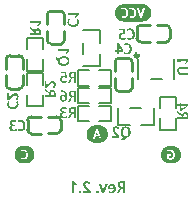
<source format=gbo>
G04 Layer: BottomSilkscreenLayer*
G04 EasyEDA v6.5.40, 2024-02-16 18:47:26*
G04 593259abcd0644159ebfd512fecfa5a2,9a5be75d700b4a6385dc1106f27949ae,10*
G04 Gerber Generator version 0.2*
G04 Scale: 100 percent, Rotated: No, Reflected: No *
G04 Dimensions in millimeters *
G04 leading zeros omitted , absolute positions ,4 integer and 5 decimal *
%FSLAX45Y45*%
%MOMM*%

%ADD10C,0.1524*%
%ADD11C,0.2540*%
%ADD12C,0.3000*%

%LPD*%
G36*
X2274976Y824992D02*
G01*
X2268931Y824737D01*
X2263038Y824026D01*
X2257247Y822858D01*
X2251659Y821232D01*
X2246274Y819200D01*
X2241092Y816762D01*
X2236114Y813917D01*
X2231390Y810768D01*
X2226970Y807212D01*
X2222804Y803351D01*
X2218944Y799236D01*
X2215438Y794766D01*
X2210977Y787857D01*
X2254554Y787857D01*
X2259482Y790041D01*
X2265222Y791667D01*
X2271268Y792784D01*
X2277160Y793191D01*
X2281377Y792988D01*
X2285339Y792429D01*
X2289098Y791464D01*
X2292654Y790143D01*
X2296795Y787857D01*
X2321102Y787857D01*
X2326030Y790041D01*
X2331770Y791667D01*
X2337714Y792784D01*
X2343454Y793191D01*
X2347772Y792988D01*
X2351836Y792429D01*
X2353842Y791921D01*
X2401620Y791921D01*
X2416962Y738378D01*
X2419908Y724103D01*
X2420924Y730199D01*
X2423972Y742137D01*
X2438450Y791921D01*
X2454706Y791921D01*
X2428544Y710387D01*
X2411526Y710387D01*
X2385110Y791921D01*
X2353842Y791921D01*
X2355646Y791464D01*
X2359202Y790143D01*
X2362504Y788416D01*
X2365502Y786384D01*
X2368194Y783996D01*
X2370632Y781253D01*
X2372868Y778306D01*
X2374798Y775157D01*
X2376424Y771702D01*
X2377744Y768045D01*
X2378862Y764133D01*
X2379624Y760018D01*
X2380132Y755751D01*
X2380284Y751281D01*
X2380030Y745134D01*
X2379319Y739394D01*
X2378151Y734060D01*
X2376474Y729183D01*
X2374290Y724611D01*
X2371648Y720648D01*
X2368448Y717245D01*
X2364790Y714451D01*
X2360574Y712114D01*
X2355900Y710438D01*
X2350668Y709422D01*
X2344978Y709117D01*
X2339136Y709371D01*
X2333802Y710133D01*
X2328976Y711403D01*
X2324150Y713181D01*
X2324150Y725627D01*
X2333548Y722579D01*
X2338374Y721817D01*
X2343200Y721563D01*
X2346604Y721766D01*
X2349754Y722426D01*
X2352598Y723544D01*
X2355138Y725119D01*
X2357272Y727049D01*
X2359152Y729437D01*
X2360726Y732129D01*
X2361996Y735279D01*
X2363012Y738733D01*
X2363724Y742492D01*
X2364130Y746607D01*
X2364181Y754380D01*
X2363571Y760577D01*
X2363012Y763473D01*
X2361234Y768451D01*
X2358948Y772871D01*
X2355900Y776224D01*
X2352344Y778713D01*
X2348128Y780237D01*
X2343708Y780745D01*
X2338984Y780338D01*
X2334564Y779221D01*
X2326182Y775665D01*
X2321102Y787857D01*
X2296795Y787857D01*
X2299004Y786384D01*
X2301798Y783996D01*
X2304338Y781253D01*
X2306472Y778306D01*
X2308402Y775157D01*
X2310028Y771702D01*
X2311450Y768045D01*
X2312466Y764133D01*
X2313178Y760018D01*
X2313584Y755751D01*
X2313736Y751281D01*
X2313482Y745134D01*
X2312771Y739394D01*
X2311603Y734060D01*
X2309926Y729183D01*
X2307793Y724611D01*
X2305151Y720648D01*
X2302052Y717245D01*
X2298496Y714451D01*
X2294280Y712114D01*
X2289606Y710438D01*
X2284374Y709422D01*
X2278684Y709117D01*
X2272690Y709371D01*
X2267508Y710133D01*
X2262530Y711403D01*
X2257856Y713181D01*
X2257856Y725627D01*
X2267254Y722579D01*
X2271928Y721817D01*
X2276906Y721563D01*
X2280310Y721766D01*
X2283358Y722426D01*
X2286152Y723544D01*
X2288590Y725119D01*
X2290826Y727049D01*
X2292756Y729437D01*
X2294382Y732129D01*
X2295702Y735279D01*
X2296718Y738733D01*
X2297430Y742492D01*
X2297836Y746607D01*
X2297887Y754380D01*
X2297125Y760577D01*
X2295753Y766064D01*
X2293721Y770737D01*
X2291029Y774649D01*
X2289454Y776224D01*
X2285796Y778713D01*
X2281732Y780237D01*
X2277160Y780745D01*
X2272436Y780338D01*
X2268016Y779221D01*
X2263800Y777544D01*
X2259888Y775665D01*
X2254554Y787857D01*
X2210977Y787857D01*
X2209393Y785114D01*
X2206955Y779932D01*
X2204923Y774496D01*
X2203297Y768908D01*
X2202129Y763168D01*
X2201418Y757224D01*
X2201164Y751179D01*
X2201418Y745134D01*
X2202129Y739190D01*
X2203297Y733450D01*
X2204923Y727862D01*
X2206955Y722426D01*
X2209393Y717245D01*
X2212238Y712266D01*
X2215438Y707593D01*
X2218944Y703122D01*
X2222804Y698957D01*
X2226970Y695096D01*
X2231390Y691591D01*
X2236114Y688390D01*
X2241092Y685596D01*
X2246274Y683158D01*
X2251659Y681126D01*
X2257247Y679500D01*
X2263038Y678332D01*
X2268931Y677570D01*
X2274976Y677367D01*
X2434386Y677367D01*
X2440432Y677570D01*
X2446375Y678332D01*
X2452116Y679500D01*
X2457704Y681126D01*
X2463139Y683158D01*
X2468321Y685596D01*
X2473248Y688390D01*
X2477973Y691591D01*
X2482443Y695096D01*
X2486609Y698957D01*
X2490419Y703122D01*
X2493975Y707593D01*
X2497124Y712266D01*
X2499969Y717245D01*
X2502408Y722426D01*
X2504440Y727862D01*
X2506065Y733450D01*
X2507234Y739190D01*
X2507945Y745134D01*
X2508199Y751179D01*
X2507945Y757224D01*
X2507234Y763168D01*
X2506065Y768908D01*
X2504440Y774496D01*
X2502408Y779932D01*
X2499969Y785114D01*
X2497124Y790041D01*
X2493975Y794766D01*
X2490419Y799236D01*
X2486558Y803351D01*
X2482443Y807212D01*
X2477973Y810768D01*
X2473248Y813917D01*
X2468321Y816762D01*
X2463139Y819200D01*
X2457704Y821232D01*
X2452116Y822858D01*
X2446375Y824026D01*
X2440432Y824737D01*
X2434386Y824992D01*
G37*
G36*
X2663139Y-376174D02*
G01*
X2657094Y-376428D01*
X2651150Y-377139D01*
X2645410Y-378307D01*
X2639822Y-379933D01*
X2634386Y-381965D01*
X2629204Y-384403D01*
X2624277Y-387248D01*
X2619552Y-390398D01*
X2615082Y-393954D01*
X2610916Y-397814D01*
X2607106Y-401929D01*
X2603550Y-406400D01*
X2600401Y-411124D01*
X2597556Y-416051D01*
X2595118Y-421284D01*
X2593086Y-426669D01*
X2591460Y-432257D01*
X2590292Y-437997D01*
X2589580Y-443941D01*
X2589326Y-449986D01*
X2589580Y-456031D01*
X2590292Y-461975D01*
X2591460Y-467715D01*
X2593086Y-473354D01*
X2595118Y-478739D01*
X2597556Y-483920D01*
X2599588Y-487476D01*
X2642870Y-487476D01*
X2642870Y-446074D01*
X2672588Y-446074D01*
X2672588Y-458520D01*
X2657602Y-458520D01*
X2657602Y-478078D01*
X2661564Y-478993D01*
X2667812Y-479602D01*
X2672689Y-479399D01*
X2676042Y-478688D01*
X2679039Y-477469D01*
X2681732Y-475792D01*
X2683967Y-473811D01*
X2685948Y-471424D01*
X2687523Y-468630D01*
X2689961Y-461975D01*
X2690774Y-458266D01*
X2691231Y-454355D01*
X2691384Y-450138D01*
X2691231Y-445770D01*
X2690672Y-441655D01*
X2689809Y-437896D01*
X2688590Y-434390D01*
X2687015Y-431292D01*
X2685186Y-428498D01*
X2682951Y-426059D01*
X2680462Y-423976D01*
X2677617Y-422452D01*
X2674518Y-421335D01*
X2671013Y-420674D01*
X2667254Y-420420D01*
X2662224Y-420776D01*
X2657348Y-421690D01*
X2652776Y-423164D01*
X2648712Y-424992D01*
X2643632Y-413054D01*
X2648762Y-410972D01*
X2654554Y-409244D01*
X2660700Y-408330D01*
X2667000Y-407974D01*
X2673248Y-408330D01*
X2678938Y-409244D01*
X2684170Y-410870D01*
X2688844Y-413054D01*
X2693060Y-416001D01*
X2696718Y-419404D01*
X2699918Y-423367D01*
X2702560Y-427786D01*
X2704541Y-432612D01*
X2706014Y-437896D01*
X2706827Y-443687D01*
X2707132Y-449884D01*
X2706878Y-456387D01*
X2706065Y-462330D01*
X2704693Y-467817D01*
X2702814Y-472744D01*
X2700426Y-477164D01*
X2697530Y-481025D01*
X2694178Y-484276D01*
X2690368Y-486968D01*
X2686100Y-489204D01*
X2681427Y-490778D01*
X2676296Y-491743D01*
X2670810Y-492048D01*
X2662834Y-491743D01*
X2655570Y-490778D01*
X2648966Y-489356D01*
X2642870Y-487476D01*
X2599588Y-487476D01*
X2603550Y-493572D01*
X2607106Y-498043D01*
X2610916Y-502208D01*
X2615082Y-506069D01*
X2619552Y-509574D01*
X2624277Y-512775D01*
X2629204Y-515569D01*
X2634386Y-518007D01*
X2639822Y-520039D01*
X2645410Y-521665D01*
X2651150Y-522833D01*
X2657094Y-523595D01*
X2663139Y-523798D01*
X2686862Y-523798D01*
X2692908Y-523595D01*
X2698851Y-522833D01*
X2704592Y-521665D01*
X2710180Y-520039D01*
X2715564Y-518007D01*
X2720797Y-515569D01*
X2725724Y-512775D01*
X2730449Y-509574D01*
X2734919Y-506069D01*
X2739034Y-502208D01*
X2742895Y-498043D01*
X2746451Y-493572D01*
X2749600Y-488899D01*
X2752445Y-483920D01*
X2754884Y-478739D01*
X2756916Y-473354D01*
X2758541Y-467715D01*
X2759710Y-461975D01*
X2760421Y-456031D01*
X2760675Y-449986D01*
X2760421Y-443941D01*
X2759710Y-437997D01*
X2758541Y-432257D01*
X2756916Y-426669D01*
X2754884Y-421284D01*
X2752445Y-416051D01*
X2749600Y-411124D01*
X2746451Y-406400D01*
X2742895Y-401929D01*
X2739034Y-397814D01*
X2734919Y-393954D01*
X2730449Y-390398D01*
X2725724Y-387248D01*
X2720797Y-384403D01*
X2715564Y-381965D01*
X2710180Y-379933D01*
X2704592Y-378307D01*
X2698851Y-377139D01*
X2692908Y-376428D01*
X2686862Y-376174D01*
G37*
G36*
X1424990Y-375005D02*
G01*
X1418945Y-375259D01*
X1413002Y-375970D01*
X1407261Y-377139D01*
X1401673Y-378764D01*
X1396238Y-380796D01*
X1391056Y-383235D01*
X1386128Y-386080D01*
X1381404Y-389229D01*
X1376934Y-392785D01*
X1372819Y-396646D01*
X1368958Y-400761D01*
X1365402Y-405231D01*
X1360991Y-412140D01*
X1404569Y-412140D01*
X1409496Y-409956D01*
X1415237Y-408330D01*
X1421231Y-407212D01*
X1427175Y-406806D01*
X1431340Y-407009D01*
X1435354Y-407568D01*
X1439113Y-408533D01*
X1442669Y-409854D01*
X1445971Y-411581D01*
X1449019Y-413613D01*
X1451813Y-416001D01*
X1454353Y-418744D01*
X1456486Y-421690D01*
X1458417Y-424840D01*
X1460042Y-428294D01*
X1461465Y-431952D01*
X1462430Y-435864D01*
X1463141Y-439978D01*
X1463598Y-444246D01*
X1463751Y-448716D01*
X1463497Y-454863D01*
X1462786Y-460603D01*
X1461566Y-465937D01*
X1459941Y-470814D01*
X1457756Y-475386D01*
X1455166Y-479348D01*
X1452067Y-482752D01*
X1448511Y-485546D01*
X1444294Y-487883D01*
X1439621Y-489559D01*
X1434388Y-490575D01*
X1428699Y-490880D01*
X1422704Y-490626D01*
X1417523Y-489864D01*
X1412544Y-488594D01*
X1407871Y-486816D01*
X1407871Y-474370D01*
X1412595Y-476046D01*
X1417269Y-477418D01*
X1421942Y-478180D01*
X1426921Y-478434D01*
X1430324Y-478231D01*
X1433372Y-477570D01*
X1436166Y-476453D01*
X1438605Y-474878D01*
X1440840Y-472948D01*
X1442770Y-470560D01*
X1444396Y-467868D01*
X1445717Y-464718D01*
X1446682Y-461264D01*
X1447393Y-457504D01*
X1447850Y-453390D01*
X1447901Y-445617D01*
X1447139Y-439420D01*
X1445717Y-433933D01*
X1443685Y-429259D01*
X1442415Y-427126D01*
X1441043Y-425348D01*
X1439468Y-423773D01*
X1435811Y-421284D01*
X1431747Y-419760D01*
X1427175Y-419252D01*
X1422450Y-419658D01*
X1418031Y-420776D01*
X1413814Y-422452D01*
X1409903Y-424332D01*
X1404569Y-412140D01*
X1360991Y-412140D01*
X1359408Y-414883D01*
X1356969Y-420065D01*
X1354937Y-425500D01*
X1353312Y-431088D01*
X1352143Y-436829D01*
X1351432Y-442772D01*
X1351178Y-448818D01*
X1351432Y-454863D01*
X1352143Y-460806D01*
X1353312Y-466547D01*
X1354937Y-472135D01*
X1356969Y-477570D01*
X1359408Y-482752D01*
X1362252Y-487730D01*
X1365402Y-492404D01*
X1368958Y-496874D01*
X1372819Y-501040D01*
X1376934Y-504901D01*
X1381404Y-508406D01*
X1386128Y-511606D01*
X1391056Y-514400D01*
X1396238Y-516839D01*
X1401673Y-518871D01*
X1407261Y-520496D01*
X1413002Y-521665D01*
X1418945Y-522427D01*
X1424990Y-522630D01*
X1443431Y-522630D01*
X1449527Y-522427D01*
X1455420Y-521665D01*
X1461211Y-520496D01*
X1466799Y-518871D01*
X1472184Y-516839D01*
X1477365Y-514400D01*
X1482344Y-511606D01*
X1487068Y-508406D01*
X1491488Y-504901D01*
X1495653Y-501040D01*
X1499514Y-496874D01*
X1503019Y-492404D01*
X1506220Y-487730D01*
X1509014Y-482752D01*
X1511452Y-477570D01*
X1513535Y-472135D01*
X1515110Y-466547D01*
X1516329Y-460806D01*
X1517040Y-454863D01*
X1517294Y-448818D01*
X1517040Y-442772D01*
X1516329Y-436829D01*
X1515110Y-431088D01*
X1513535Y-425500D01*
X1511452Y-420065D01*
X1509014Y-414883D01*
X1506220Y-409956D01*
X1503019Y-405231D01*
X1499514Y-400761D01*
X1495653Y-396646D01*
X1491488Y-392785D01*
X1487068Y-389229D01*
X1482344Y-386080D01*
X1477365Y-383235D01*
X1472184Y-380796D01*
X1466799Y-378764D01*
X1461211Y-377139D01*
X1455420Y-375970D01*
X1449527Y-375259D01*
X1443431Y-375005D01*
G37*
G36*
X2033625Y-201168D02*
G01*
X2027580Y-201422D01*
X2021636Y-202133D01*
X2015896Y-203301D01*
X2010308Y-204927D01*
X2004872Y-206959D01*
X1999691Y-209397D01*
X1994712Y-212242D01*
X1990039Y-215442D01*
X1985568Y-218948D01*
X1981403Y-222808D01*
X1977593Y-226974D01*
X1974037Y-231394D01*
X1970836Y-236118D01*
X1968042Y-241096D01*
X1965604Y-246278D01*
X1963572Y-251663D01*
X1961946Y-257251D01*
X1960778Y-263042D01*
X1960067Y-268935D01*
X1959813Y-274980D01*
X1960067Y-281076D01*
X1960778Y-286969D01*
X1961946Y-292760D01*
X1963572Y-298348D01*
X1965604Y-303733D01*
X1968042Y-308914D01*
X1970836Y-313893D01*
X1972144Y-315823D01*
X2013254Y-315823D01*
X2040940Y-233781D01*
X2059228Y-233781D01*
X2086660Y-315823D01*
X2070150Y-315823D01*
X2063800Y-294233D01*
X2036114Y-294233D01*
X2029764Y-315823D01*
X1972144Y-315823D01*
X1974037Y-318617D01*
X1977593Y-323037D01*
X1981403Y-327202D01*
X1985568Y-331063D01*
X1990039Y-334568D01*
X1994712Y-337769D01*
X1999691Y-340563D01*
X2004872Y-343001D01*
X2010308Y-345084D01*
X2015896Y-346659D01*
X2021636Y-347878D01*
X2027580Y-348589D01*
X2033625Y-348843D01*
X2066340Y-348843D01*
X2072436Y-348589D01*
X2078329Y-347878D01*
X2084120Y-346659D01*
X2089708Y-345084D01*
X2095093Y-343001D01*
X2100275Y-340563D01*
X2105253Y-337769D01*
X2109978Y-334568D01*
X2114397Y-331063D01*
X2118563Y-327202D01*
X2122424Y-323037D01*
X2125929Y-318617D01*
X2129129Y-313893D01*
X2131923Y-308914D01*
X2134362Y-303733D01*
X2136444Y-298348D01*
X2138019Y-292760D01*
X2139238Y-286969D01*
X2139950Y-281076D01*
X2140204Y-274980D01*
X2139950Y-268935D01*
X2139238Y-263042D01*
X2138019Y-257251D01*
X2136444Y-251663D01*
X2134362Y-246278D01*
X2131923Y-241096D01*
X2129129Y-236118D01*
X2125929Y-231394D01*
X2122424Y-226974D01*
X2118563Y-222808D01*
X2114397Y-218948D01*
X2109978Y-215442D01*
X2105253Y-212242D01*
X2100275Y-209397D01*
X2095093Y-206959D01*
X2089708Y-204927D01*
X2084120Y-203301D01*
X2078329Y-202133D01*
X2072436Y-201422D01*
X2066340Y-201168D01*
G37*
G36*
X2050084Y-245719D02*
G01*
X2046681Y-258521D01*
X2046274Y-260705D01*
X2039670Y-281533D01*
X2059990Y-281533D01*
X2052370Y-255676D01*
G37*
G36*
X1961642Y-673760D02*
G01*
X1957324Y-673963D01*
X1953260Y-674573D01*
X1949450Y-675589D01*
X1945893Y-677062D01*
X1942795Y-678992D01*
X1940052Y-681177D01*
X1937715Y-683666D01*
X1935734Y-686460D01*
X1934159Y-689610D01*
X1933041Y-693013D01*
X1932381Y-696620D01*
X1932178Y-700430D01*
X1932279Y-703529D01*
X1933193Y-709218D01*
X1934819Y-714400D01*
X1937359Y-719480D01*
X1940763Y-724560D01*
X1944674Y-729792D01*
X1954479Y-741019D01*
X1970786Y-758850D01*
X1970786Y-759866D01*
X1929384Y-759866D01*
X1929384Y-775106D01*
X1994407Y-775106D01*
X1994407Y-761898D01*
X1967382Y-732536D01*
X1961692Y-725932D01*
X1957222Y-720293D01*
X1955393Y-717651D01*
X1952752Y-712622D01*
X1951837Y-710285D01*
X1950821Y-705205D01*
X1950720Y-702462D01*
X1950923Y-699211D01*
X1951583Y-696417D01*
X1952701Y-694029D01*
X1954275Y-692048D01*
X1956104Y-690575D01*
X1958187Y-689559D01*
X1960676Y-688949D01*
X1963420Y-688746D01*
X1966163Y-688898D01*
X1968804Y-689356D01*
X1971344Y-690168D01*
X1976374Y-692708D01*
X1981606Y-696366D01*
X1984248Y-698652D01*
X1994407Y-686968D01*
X1990293Y-683514D01*
X1986025Y-680364D01*
X1981149Y-677621D01*
X1975612Y-675538D01*
X1969058Y-674217D01*
X1965452Y-673862D01*
G37*
G36*
X2260346Y-675030D02*
G01*
X2254402Y-675233D01*
X2248966Y-675843D01*
X2244090Y-676859D01*
X2239772Y-678332D01*
X2236063Y-680059D01*
X2232863Y-682244D01*
X2230120Y-684885D01*
X2227834Y-687984D01*
X2226056Y-691489D01*
X2224786Y-695401D01*
X2224024Y-699719D01*
X2223792Y-705002D01*
X2242820Y-705002D01*
X2242921Y-702462D01*
X2243328Y-700176D01*
X2243937Y-698144D01*
X2244852Y-696366D01*
X2245969Y-694842D01*
X2247392Y-693521D01*
X2249017Y-692404D01*
X2250948Y-691540D01*
X2255520Y-690372D01*
X2261108Y-690016D01*
X2269490Y-690016D01*
X2269490Y-720750D01*
X2257907Y-720648D01*
X2252827Y-719734D01*
X2250694Y-718972D01*
X2248916Y-717956D01*
X2247341Y-716737D01*
X2245969Y-715314D01*
X2244852Y-713638D01*
X2243937Y-711758D01*
X2242921Y-707440D01*
X2242820Y-705002D01*
X2223792Y-705002D01*
X2223922Y-707948D01*
X2224379Y-711149D01*
X2225192Y-714146D01*
X2227529Y-719378D01*
X2230577Y-723696D01*
X2232406Y-725576D01*
X2236673Y-728624D01*
X2241296Y-731164D01*
X2214372Y-775106D01*
X2235708Y-775106D01*
X2257298Y-735482D01*
X2269490Y-735482D01*
X2269490Y-775106D01*
X2288286Y-775106D01*
X2288286Y-675030D01*
G37*
G36*
X1833625Y-675030D02*
G01*
X1833625Y-775106D01*
X1852168Y-775106D01*
X1852066Y-704850D01*
X1851660Y-693826D01*
X1857756Y-700024D01*
X1869186Y-709828D01*
X1878584Y-698906D01*
X1849374Y-675030D01*
G37*
G36*
X2174240Y-697636D02*
G01*
X2169566Y-697890D01*
X2165197Y-698703D01*
X2161184Y-700074D01*
X2157476Y-701954D01*
X2154123Y-704189D01*
X2151126Y-706882D01*
X2148535Y-710031D01*
X2146300Y-713638D01*
X2144623Y-717651D01*
X2143455Y-722071D01*
X2142744Y-726897D01*
X2142648Y-728878D01*
X2160016Y-728878D01*
X2160117Y-726287D01*
X2161032Y-721563D01*
X2162657Y-717550D01*
X2163673Y-715873D01*
X2166366Y-713130D01*
X2167991Y-712114D01*
X2169769Y-711403D01*
X2171801Y-710996D01*
X2173986Y-710844D01*
X2176881Y-711098D01*
X2179574Y-711962D01*
X2181961Y-713384D01*
X2184146Y-715416D01*
X2185873Y-717854D01*
X2187194Y-720953D01*
X2188159Y-724611D01*
X2188718Y-728878D01*
X2142648Y-728878D01*
X2142490Y-741070D01*
X2188972Y-741070D01*
X2188565Y-745947D01*
X2187549Y-750265D01*
X2186025Y-753973D01*
X2183892Y-757072D01*
X2181199Y-759612D01*
X2178050Y-761441D01*
X2174341Y-762558D01*
X2170176Y-762914D01*
X2163622Y-762508D01*
X2157730Y-761390D01*
X2152192Y-759561D01*
X2146300Y-757072D01*
X2146300Y-771296D01*
X2151735Y-773531D01*
X2157476Y-775106D01*
X2163927Y-776071D01*
X2171700Y-776376D01*
X2176881Y-776122D01*
X2181707Y-775309D01*
X2186279Y-773938D01*
X2190496Y-772058D01*
X2194356Y-769620D01*
X2197709Y-766673D01*
X2200706Y-763168D01*
X2203196Y-759104D01*
X2205177Y-754532D01*
X2206599Y-749401D01*
X2207463Y-743712D01*
X2207768Y-737514D01*
X2207514Y-731266D01*
X2206752Y-725576D01*
X2205482Y-720344D01*
X2203704Y-715670D01*
X2201316Y-711504D01*
X2198573Y-707847D01*
X2195372Y-704748D01*
X2191766Y-702208D01*
X2187803Y-700176D01*
X2183587Y-698754D01*
X2179066Y-697890D01*
G37*
G36*
X2065528Y-699160D02*
G01*
X2092706Y-775106D01*
X2112010Y-775106D01*
X2139188Y-699160D01*
X2119884Y-699160D01*
X2105253Y-745693D01*
X2103628Y-753516D01*
X2102866Y-760120D01*
X2102358Y-760120D01*
X2101037Y-751738D01*
X2098802Y-742848D01*
X2085086Y-699160D01*
G37*
G36*
X2052320Y-755294D02*
G01*
X2050237Y-755446D01*
X2048256Y-755853D01*
X2046427Y-756564D01*
X2044700Y-757580D01*
X2043379Y-759053D01*
X2042414Y-760933D01*
X2041855Y-763219D01*
X2041652Y-765962D01*
X2041855Y-768654D01*
X2042414Y-770991D01*
X2043379Y-772871D01*
X2044700Y-774344D01*
X2046427Y-775462D01*
X2048256Y-776224D01*
X2050237Y-776732D01*
X2052320Y-776884D01*
X2054504Y-776732D01*
X2056485Y-776224D01*
X2058314Y-775462D01*
X2059939Y-774344D01*
X2061362Y-772871D01*
X2062429Y-770991D01*
X2063038Y-768654D01*
X2063242Y-765962D01*
X2063038Y-763219D01*
X2062429Y-760933D01*
X2061362Y-759053D01*
X2059939Y-757580D01*
X2058314Y-756564D01*
X2056485Y-755853D01*
X2054504Y-755446D01*
G37*
G36*
X1905507Y-755294D02*
G01*
X1903425Y-755446D01*
X1901443Y-755853D01*
X1899615Y-756564D01*
X1897888Y-757580D01*
X1896414Y-759053D01*
X1895398Y-760933D01*
X1894789Y-763219D01*
X1894586Y-765962D01*
X1894789Y-768654D01*
X1895398Y-770991D01*
X1896414Y-772871D01*
X1897888Y-774344D01*
X1899615Y-775462D01*
X1901443Y-776224D01*
X1903425Y-776732D01*
X1905507Y-776884D01*
X1907692Y-776732D01*
X1909673Y-776224D01*
X1911502Y-775462D01*
X1913128Y-774344D01*
X1914448Y-772871D01*
X1915414Y-770991D01*
X1915972Y-768654D01*
X1916175Y-765962D01*
X1915972Y-763219D01*
X1915414Y-760933D01*
X1914448Y-759053D01*
X1913128Y-757580D01*
X1911502Y-756564D01*
X1909673Y-755853D01*
X1907692Y-755446D01*
G37*
G36*
X1479753Y679450D02*
G01*
X1479753Y662178D01*
X1545031Y662228D01*
X1555191Y662432D01*
X1548587Y656082D01*
X1540205Y646430D01*
X1550365Y637540D01*
X1572717Y664718D01*
X1572717Y679450D01*
G37*
G36*
X1479753Y629666D02*
G01*
X1479753Y609854D01*
X1516583Y589788D01*
X1516583Y578358D01*
X1530299Y578358D01*
X1530400Y589026D01*
X1530654Y591566D01*
X1531823Y595884D01*
X1532788Y597560D01*
X1533956Y599033D01*
X1535328Y600252D01*
X1538528Y602030D01*
X1542491Y602894D01*
X1547164Y602894D01*
X1551228Y602030D01*
X1552905Y601218D01*
X1554327Y600202D01*
X1555546Y598932D01*
X1556613Y597408D01*
X1557477Y595630D01*
X1558442Y591312D01*
X1558747Y585978D01*
X1558747Y578358D01*
X1479753Y578358D01*
X1479753Y561086D01*
X1572717Y561086D01*
X1572717Y586740D01*
X1572514Y592328D01*
X1571955Y597357D01*
X1570990Y601827D01*
X1569669Y605790D01*
X1567992Y609346D01*
X1565910Y612394D01*
X1563522Y614934D01*
X1560779Y616966D01*
X1557528Y618642D01*
X1553870Y619861D01*
X1549755Y620572D01*
X1545285Y620776D01*
X1542084Y620623D01*
X1539138Y620217D01*
X1536395Y619506D01*
X1531518Y617372D01*
X1527454Y614476D01*
X1524254Y610819D01*
X1521714Y606907D01*
X1520647Y604774D01*
G37*
G36*
X1604772Y174955D02*
G01*
X1604772Y114503D01*
X1616964Y114503D01*
X1644243Y139700D01*
X1650492Y145034D01*
X1655775Y149148D01*
X1660448Y152044D01*
X1662684Y153111D01*
X1667357Y154432D01*
X1672336Y154889D01*
X1675282Y154686D01*
X1677924Y154127D01*
X1680108Y153162D01*
X1681988Y151790D01*
X1683308Y150063D01*
X1684274Y148082D01*
X1684832Y145846D01*
X1685036Y143408D01*
X1684883Y140817D01*
X1684426Y138277D01*
X1683715Y135839D01*
X1682750Y133553D01*
X1679752Y128828D01*
X1675892Y123850D01*
X1686560Y114503D01*
X1689912Y118364D01*
X1694230Y124460D01*
X1696364Y129285D01*
X1697989Y134874D01*
X1698548Y137972D01*
X1699006Y144729D01*
X1698802Y148844D01*
X1698243Y152704D01*
X1697278Y156210D01*
X1695957Y159461D01*
X1694129Y162306D01*
X1692046Y164896D01*
X1689709Y167132D01*
X1687068Y169113D01*
X1684121Y170535D01*
X1681022Y171551D01*
X1677670Y172161D01*
X1671218Y172313D01*
X1665884Y171551D01*
X1661007Y169875D01*
X1656334Y167487D01*
X1651711Y164439D01*
X1646885Y160731D01*
X1636572Y151638D01*
X1619758Y136347D01*
X1618996Y136347D01*
X1618996Y174955D01*
G37*
G36*
X1604772Y109372D02*
G01*
X1604772Y89611D01*
X1641602Y69545D01*
X1641602Y58369D01*
X1655318Y58369D01*
X1655419Y68884D01*
X1655673Y71374D01*
X1656842Y75590D01*
X1657807Y77317D01*
X1660347Y80111D01*
X1661922Y81229D01*
X1663547Y81991D01*
X1665376Y82550D01*
X1669796Y82956D01*
X1674368Y82550D01*
X1676247Y81991D01*
X1677924Y81229D01*
X1679346Y80111D01*
X1681632Y77317D01*
X1682496Y75590D01*
X1683410Y71323D01*
X1683766Y65989D01*
X1683766Y58369D01*
X1604772Y58369D01*
X1604772Y40792D01*
X1697736Y40792D01*
X1697736Y66700D01*
X1697532Y72186D01*
X1696974Y77216D01*
X1696008Y81737D01*
X1694688Y85750D01*
X1692960Y89255D01*
X1690928Y92252D01*
X1688541Y94843D01*
X1685798Y96977D01*
X1682546Y98501D01*
X1678838Y99618D01*
X1674774Y100279D01*
X1670304Y100482D01*
X1667103Y100380D01*
X1661363Y99364D01*
X1658874Y98450D01*
X1654403Y95859D01*
X1652473Y94335D01*
X1650746Y92608D01*
X1647952Y88696D01*
X1645666Y84531D01*
G37*
G36*
X1750771Y93980D02*
G01*
X1744675Y93573D01*
X1740662Y92964D01*
X1740662Y79502D01*
X1743049Y80162D01*
X1745742Y80518D01*
X1750314Y80772D01*
X1755597Y80619D01*
X1759000Y80213D01*
X1762048Y79502D01*
X1764792Y78486D01*
X1767179Y77114D01*
X1769364Y75488D01*
X1771243Y73660D01*
X1772920Y71628D01*
X1774342Y69392D01*
X1776628Y64312D01*
X1777492Y61467D01*
X1778507Y55321D01*
X1779016Y48514D01*
X1778254Y48514D01*
X1776475Y51562D01*
X1774189Y54102D01*
X1771345Y56388D01*
X1767839Y58166D01*
X1763979Y59131D01*
X1759457Y59436D01*
X1755648Y59232D01*
X1752142Y58623D01*
X1748942Y57556D01*
X1745996Y56134D01*
X1743354Y54203D01*
X1741119Y51866D01*
X1739188Y49225D01*
X1737614Y46228D01*
X1736293Y42875D01*
X1735328Y39116D01*
X1734769Y35001D01*
X1734566Y30480D01*
X1751330Y30480D01*
X1751533Y33985D01*
X1752092Y37134D01*
X1753057Y39979D01*
X1754378Y42418D01*
X1756105Y44297D01*
X1758289Y45669D01*
X1760931Y46482D01*
X1764030Y46736D01*
X1766011Y46634D01*
X1769668Y45618D01*
X1771396Y44704D01*
X1774139Y42164D01*
X1776222Y39116D01*
X1777542Y35763D01*
X1777898Y34036D01*
X1777949Y30480D01*
X1777238Y25146D01*
X1776018Y21691D01*
X1774443Y18542D01*
X1772462Y15900D01*
X1770125Y13970D01*
X1767382Y12649D01*
X1765858Y12293D01*
X1764284Y12192D01*
X1761489Y12446D01*
X1759000Y13258D01*
X1756816Y14630D01*
X1754886Y16510D01*
X1753311Y19100D01*
X1752193Y22301D01*
X1751533Y26060D01*
X1751330Y30480D01*
X1734566Y30480D01*
X1734769Y25704D01*
X1735429Y21285D01*
X1736547Y17170D01*
X1738122Y13462D01*
X1740103Y10109D01*
X1742439Y7162D01*
X1745183Y4673D01*
X1748282Y2540D01*
X1751736Y863D01*
X1755444Y-304D01*
X1759457Y-1016D01*
X1763775Y-1270D01*
X1767027Y-1117D01*
X1770176Y-660D01*
X1773224Y152D01*
X1776222Y1270D01*
X1778914Y2590D01*
X1781505Y4267D01*
X1783892Y6248D01*
X1786128Y8636D01*
X1788160Y11328D01*
X1789938Y14376D01*
X1791462Y17678D01*
X1792732Y21336D01*
X1793849Y25450D01*
X1794611Y29819D01*
X1795119Y34594D01*
X1795221Y43586D01*
X1794713Y51460D01*
X1793646Y59232D01*
X1791716Y66598D01*
X1790446Y70104D01*
X1788922Y73558D01*
X1787143Y76758D01*
X1785112Y79756D01*
X1782825Y82550D01*
X1780235Y85090D01*
X1777288Y87325D01*
X1773986Y89255D01*
X1770380Y90932D01*
X1766366Y92252D01*
X1761998Y93218D01*
X1757222Y93776D01*
G37*
G36*
X1843278Y92710D02*
G01*
X1837689Y92557D01*
X1832660Y91998D01*
X1828190Y91135D01*
X1824228Y89916D01*
X1820672Y88188D01*
X1817624Y86106D01*
X1815084Y83616D01*
X1813052Y80772D01*
X1811375Y77520D01*
X1810207Y73914D01*
X1809496Y69900D01*
X1809265Y65024D01*
X1827022Y65024D01*
X1827123Y67462D01*
X1828038Y71526D01*
X1828800Y73152D01*
X1829816Y74574D01*
X1831086Y75742D01*
X1832610Y76708D01*
X1836420Y78130D01*
X1838706Y78638D01*
X1844039Y78994D01*
X1851660Y78994D01*
X1851660Y50292D01*
X1840992Y50393D01*
X1838502Y50749D01*
X1836318Y51308D01*
X1832610Y52933D01*
X1831086Y54051D01*
X1829816Y55372D01*
X1828800Y56896D01*
X1828038Y58623D01*
X1827123Y62687D01*
X1827022Y65024D01*
X1809265Y65024D01*
X1809800Y59182D01*
X1810512Y56388D01*
X1811528Y53848D01*
X1814118Y49479D01*
X1815642Y47599D01*
X1819198Y44399D01*
X1823262Y41859D01*
X1825498Y40894D01*
X1800352Y0D01*
X1820164Y0D01*
X1840230Y36576D01*
X1851660Y36576D01*
X1851660Y0D01*
X1869186Y0D01*
X1869186Y92710D01*
G37*
G36*
X1720088Y441350D02*
G01*
X1720088Y424078D01*
X1791157Y424180D01*
X1795272Y424332D01*
X1792224Y421538D01*
X1788668Y417728D01*
X1780539Y408330D01*
X1790700Y399440D01*
X1812798Y426364D01*
X1812798Y441350D01*
G37*
G36*
X1766570Y384708D02*
G01*
X1761236Y384556D01*
X1756206Y384048D01*
X1751482Y383286D01*
X1742693Y380847D01*
X1738731Y379222D01*
X1735074Y377291D01*
X1731772Y375056D01*
X1728774Y372465D01*
X1726184Y369519D01*
X1723948Y366217D01*
X1722120Y362610D01*
X1697989Y383692D01*
X1697989Y361086D01*
X1718564Y345084D01*
X1718564Y343306D01*
X1732788Y343306D01*
X1733042Y347167D01*
X1733804Y350672D01*
X1735074Y353771D01*
X1736852Y356514D01*
X1739087Y358851D01*
X1741779Y360883D01*
X1744929Y362559D01*
X1748536Y363880D01*
X1752396Y364896D01*
X1756714Y365607D01*
X1761439Y366014D01*
X1766570Y366166D01*
X1780590Y364845D01*
X1791207Y360832D01*
X1795068Y357733D01*
X1797862Y353822D01*
X1799539Y349097D01*
X1800098Y343560D01*
X1799843Y339547D01*
X1799132Y335991D01*
X1797964Y332841D01*
X1796288Y330098D01*
X1794002Y327710D01*
X1791309Y325729D01*
X1788160Y324053D01*
X1784604Y322732D01*
X1780590Y321716D01*
X1776272Y321005D01*
X1771599Y320598D01*
X1766570Y320446D01*
X1761439Y320598D01*
X1756714Y321005D01*
X1752396Y321716D01*
X1748536Y322732D01*
X1744929Y324053D01*
X1741779Y325729D01*
X1739087Y327710D01*
X1736852Y330098D01*
X1735074Y332841D01*
X1733804Y335940D01*
X1733042Y339445D01*
X1732788Y343306D01*
X1718564Y343306D01*
X1718767Y338175D01*
X1719427Y333400D01*
X1720545Y329031D01*
X1722120Y325018D01*
X1724050Y321259D01*
X1726285Y317855D01*
X1728876Y314756D01*
X1731772Y312064D01*
X1735074Y309676D01*
X1738731Y307594D01*
X1742693Y305866D01*
X1747012Y304444D01*
X1751533Y303326D01*
X1756308Y302514D01*
X1761337Y302056D01*
X1766570Y301904D01*
X1780082Y303022D01*
X1791716Y306476D01*
X1796745Y308965D01*
X1801164Y312064D01*
X1804974Y315823D01*
X1808225Y320192D01*
X1810867Y325069D01*
X1812798Y330606D01*
X1813915Y336753D01*
X1814322Y343560D01*
X1813915Y350215D01*
X1812798Y356311D01*
X1810867Y361797D01*
X1808225Y366674D01*
X1804974Y370941D01*
X1801164Y374599D01*
X1796745Y377647D01*
X1791716Y380136D01*
X1780082Y383540D01*
G37*
G36*
X2291435Y-210718D02*
G01*
X2284780Y-211124D01*
X2278684Y-212191D01*
X2273198Y-214020D01*
X2268321Y-216560D01*
X2264054Y-219913D01*
X2260396Y-223824D01*
X2257348Y-228295D01*
X2254859Y-233324D01*
X2251456Y-244957D01*
X2250287Y-258470D01*
X2268829Y-258470D01*
X2270201Y-244449D01*
X2274163Y-233832D01*
X2277262Y-229870D01*
X2281174Y-226974D01*
X2285898Y-225298D01*
X2291435Y-224688D01*
X2295347Y-224942D01*
X2298903Y-225704D01*
X2302052Y-226974D01*
X2304897Y-228752D01*
X2307285Y-231038D01*
X2309317Y-233730D01*
X2310942Y-236880D01*
X2312263Y-240436D01*
X2313279Y-244348D01*
X2313990Y-248666D01*
X2314448Y-253390D01*
X2314448Y-263550D01*
X2313990Y-268224D01*
X2313279Y-272542D01*
X2312263Y-276504D01*
X2310942Y-280111D01*
X2309317Y-283260D01*
X2307285Y-285953D01*
X2304897Y-288188D01*
X2302103Y-289864D01*
X2298954Y-291084D01*
X2295499Y-291795D01*
X2291689Y-291998D01*
X2287828Y-291795D01*
X2284323Y-291084D01*
X2281224Y-289864D01*
X2278481Y-288188D01*
X2276144Y-285953D01*
X2274112Y-283260D01*
X2272436Y-280111D01*
X2271115Y-276504D01*
X2270150Y-272542D01*
X2269439Y-268224D01*
X2268982Y-263550D01*
X2268829Y-258470D01*
X2250287Y-258470D01*
X2250440Y-263702D01*
X2250897Y-268732D01*
X2251608Y-273507D01*
X2252573Y-278028D01*
X2253996Y-282244D01*
X2255723Y-286156D01*
X2257704Y-289864D01*
X2259939Y-293268D01*
X2262530Y-296265D01*
X2265426Y-298805D01*
X2268626Y-300939D01*
X2272131Y-302666D01*
X2251303Y-327050D01*
X2273909Y-327050D01*
X2289911Y-306222D01*
X2296871Y-306019D01*
X2301595Y-305409D01*
X2306015Y-304393D01*
X2309977Y-302920D01*
X2313736Y-300990D01*
X2317191Y-298704D01*
X2320239Y-296062D01*
X2322931Y-293014D01*
X2325319Y-289712D01*
X2327402Y-286105D01*
X2329129Y-282244D01*
X2330551Y-278028D01*
X2331669Y-273456D01*
X2332482Y-268630D01*
X2332939Y-263550D01*
X2333091Y-258216D01*
X2331974Y-244906D01*
X2328519Y-233324D01*
X2326081Y-228295D01*
X2322931Y-223824D01*
X2319223Y-219913D01*
X2314803Y-216560D01*
X2309926Y-214020D01*
X2304389Y-212191D01*
X2298242Y-211124D01*
G37*
G36*
X2208123Y-210972D02*
G01*
X2204110Y-211175D01*
X2200351Y-211734D01*
X2196846Y-212699D01*
X2193645Y-214020D01*
X2190699Y-215849D01*
X2188057Y-217932D01*
X2185873Y-220268D01*
X2183993Y-222910D01*
X2182571Y-225856D01*
X2181555Y-228955D01*
X2180894Y-232308D01*
X2180691Y-235864D01*
X2181098Y-241300D01*
X2182215Y-246278D01*
X2184196Y-251104D01*
X2187041Y-255930D01*
X2190445Y-260654D01*
X2194407Y-265582D01*
X2216505Y-289966D01*
X2216505Y-290728D01*
X2177897Y-290728D01*
X2177897Y-304952D01*
X2238349Y-304952D01*
X2238349Y-293014D01*
X2208072Y-259384D01*
X2203958Y-254203D01*
X2201062Y-249377D01*
X2199132Y-244856D01*
X2198471Y-242468D01*
X2197963Y-237388D01*
X2198166Y-234442D01*
X2198827Y-231902D01*
X2199843Y-229768D01*
X2201265Y-227990D01*
X2202942Y-226567D01*
X2204923Y-225552D01*
X2207158Y-224942D01*
X2209647Y-224688D01*
X2212187Y-224891D01*
X2214626Y-225348D01*
X2217013Y-226161D01*
X2221738Y-228549D01*
X2226716Y-231952D01*
X2229205Y-234086D01*
X2238603Y-223164D01*
X2230729Y-217068D01*
X2226157Y-214528D01*
X2221077Y-212496D01*
X2215083Y-211378D01*
G37*
G36*
X2730093Y355955D02*
G01*
X2730093Y338683D01*
X2790748Y338734D01*
X2793593Y338937D01*
X2802585Y338988D01*
X2805277Y339191D01*
X2799537Y333552D01*
X2790545Y322935D01*
X2800705Y314299D01*
X2822803Y341223D01*
X2822803Y355955D01*
G37*
G36*
X2762859Y296265D02*
G01*
X2758135Y296011D01*
X2753664Y295249D01*
X2749346Y293979D01*
X2745333Y292201D01*
X2741726Y290017D01*
X2738475Y287274D01*
X2735630Y284022D01*
X2733141Y280263D01*
X2731109Y276047D01*
X2729687Y271272D01*
X2728823Y265988D01*
X2728569Y260197D01*
X2730957Y245110D01*
X2738221Y234035D01*
X2749143Y227329D01*
X2763113Y225145D01*
X2822803Y225145D01*
X2822803Y242671D01*
X2764637Y242671D01*
X2759405Y242925D01*
X2754934Y243789D01*
X2751124Y245211D01*
X2748127Y247243D01*
X2745790Y249783D01*
X2744114Y252882D01*
X2743098Y256489D01*
X2742793Y260705D01*
X2742946Y263702D01*
X2743403Y266446D01*
X2744216Y268935D01*
X2745333Y271119D01*
X2746756Y272897D01*
X2748432Y274421D01*
X2750413Y275691D01*
X2752699Y276707D01*
X2755341Y277571D01*
X2758287Y278231D01*
X2764891Y278739D01*
X2822803Y278739D01*
X2822803Y296265D01*
G37*
G36*
X2301341Y494182D02*
G01*
X2294788Y493776D01*
X2287879Y492455D01*
X2281428Y490575D01*
X2275941Y488137D01*
X2281783Y474421D01*
X2286406Y476504D01*
X2291181Y478231D01*
X2296160Y479551D01*
X2301595Y479958D01*
X2304186Y479856D01*
X2306726Y479399D01*
X2309164Y478688D01*
X2311501Y477672D01*
X2313584Y476453D01*
X2315514Y474929D01*
X2318867Y471119D01*
X2320290Y468731D01*
X2322576Y463397D01*
X2323439Y460400D01*
X2324557Y453694D01*
X2324963Y446227D01*
X2324811Y441147D01*
X2324303Y436473D01*
X2323541Y432155D01*
X2322423Y428142D01*
X2320950Y424688D01*
X2319172Y421640D01*
X2317038Y418998D01*
X2314549Y416763D01*
X2311704Y414985D01*
X2308504Y413664D01*
X2304948Y412902D01*
X2301087Y412648D01*
X2295550Y413004D01*
X2290165Y413969D01*
X2284831Y415391D01*
X2279497Y417271D01*
X2279497Y403047D01*
X2284882Y401066D01*
X2290419Y399745D01*
X2296363Y398983D01*
X2303119Y398729D01*
X2309672Y399084D01*
X2315616Y400151D01*
X2320950Y401980D01*
X2325725Y404571D01*
X2329891Y407873D01*
X2333447Y411784D01*
X2336495Y416255D01*
X2338933Y421284D01*
X2341981Y432917D01*
X2342997Y446481D01*
X2342845Y451561D01*
X2342337Y456488D01*
X2341575Y461213D01*
X2340457Y465734D01*
X2338882Y469950D01*
X2337003Y473811D01*
X2334818Y477418D01*
X2332329Y480771D01*
X2329484Y483768D01*
X2326335Y486409D01*
X2322880Y488696D01*
X2319121Y490677D01*
X2315159Y492201D01*
X2310841Y493318D01*
X2306269Y493979D01*
G37*
G36*
X2214727Y493166D02*
G01*
X2214727Y474421D01*
X2231491Y474421D01*
X2236571Y464261D01*
X2254351Y433222D01*
X2231745Y433222D01*
X2231745Y459689D01*
X2230983Y474421D01*
X2214727Y474421D01*
X2214727Y433222D01*
X2203805Y433222D01*
X2203805Y419811D01*
X2214727Y419811D01*
X2214727Y399948D01*
X2231745Y399948D01*
X2231745Y419811D01*
X2269845Y419811D01*
X2269845Y432206D01*
X2231237Y493166D01*
G37*
G36*
X2326284Y619150D02*
G01*
X2319832Y618693D01*
X2313076Y617372D01*
X2306472Y615543D01*
X2300884Y613054D01*
X2306726Y599338D01*
X2311400Y601522D01*
X2316124Y603402D01*
X2321153Y604723D01*
X2323795Y605078D01*
X2326538Y605180D01*
X2329180Y605028D01*
X2331720Y604570D01*
X2334107Y603758D01*
X2336444Y602640D01*
X2338527Y601370D01*
X2340457Y599846D01*
X2342235Y598068D01*
X2343810Y596036D01*
X2345283Y593648D01*
X2347569Y588314D01*
X2349093Y582117D01*
X2349855Y575157D01*
X2349754Y566267D01*
X2349296Y561543D01*
X2348484Y557276D01*
X2347366Y553364D01*
X2345944Y549757D01*
X2344166Y546658D01*
X2341981Y543915D01*
X2339492Y541680D01*
X2336647Y539902D01*
X2333498Y538632D01*
X2329942Y537870D01*
X2326030Y537616D01*
X2320544Y537921D01*
X2315108Y538886D01*
X2309774Y540359D01*
X2304440Y542188D01*
X2304440Y528218D01*
X2309876Y526084D01*
X2315362Y524662D01*
X2321356Y523900D01*
X2328062Y523646D01*
X2334615Y524001D01*
X2340610Y525119D01*
X2345944Y526948D01*
X2350668Y529488D01*
X2354834Y532841D01*
X2358440Y536752D01*
X2361438Y541223D01*
X2363876Y546252D01*
X2367127Y557885D01*
X2368194Y571398D01*
X2368042Y576529D01*
X2367534Y581456D01*
X2366619Y586181D01*
X2365400Y590702D01*
X2363876Y594868D01*
X2361996Y598779D01*
X2359812Y602386D01*
X2357272Y605688D01*
X2354478Y608685D01*
X2351328Y611327D01*
X2347874Y613664D01*
X2344064Y615594D01*
X2340102Y617169D01*
X2335834Y618286D01*
X2331212Y618947D01*
G37*
G36*
X2238654Y617880D02*
G01*
X2238654Y603402D01*
X2270404Y603402D01*
X2272182Y582066D01*
X2264410Y583234D01*
X2260498Y583336D01*
X2256586Y583133D01*
X2252827Y582523D01*
X2249322Y581507D01*
X2246020Y580034D01*
X2243023Y578307D01*
X2240381Y576173D01*
X2238095Y573633D01*
X2236114Y570636D01*
X2234590Y567436D01*
X2233472Y563829D01*
X2232812Y559917D01*
X2232558Y555650D01*
X2232812Y550875D01*
X2233574Y546455D01*
X2234844Y542391D01*
X2236622Y538632D01*
X2238806Y535178D01*
X2241397Y532180D01*
X2244496Y529590D01*
X2248052Y527456D01*
X2252116Y525780D01*
X2256586Y524611D01*
X2261514Y523900D01*
X2266848Y523646D01*
X2273706Y523951D01*
X2280056Y524916D01*
X2285746Y526491D01*
X2290470Y528726D01*
X2290470Y543204D01*
X2285492Y540918D01*
X2279548Y539140D01*
X2273401Y537819D01*
X2267610Y537362D01*
X2264968Y537464D01*
X2260244Y538378D01*
X2258212Y539140D01*
X2256434Y540156D01*
X2254859Y541375D01*
X2253538Y542798D01*
X2252370Y544474D01*
X2251405Y546506D01*
X2250694Y548741D01*
X2250236Y551180D01*
X2250084Y553872D01*
X2250389Y557580D01*
X2251252Y560781D01*
X2252675Y563524D01*
X2254656Y565810D01*
X2257145Y567588D01*
X2260244Y568858D01*
X2264003Y569620D01*
X2270099Y569823D01*
X2277211Y568858D01*
X2281580Y567842D01*
X2288692Y571906D01*
X2285390Y617880D01*
G37*
G36*
X1766570Y-45974D02*
G01*
X1760118Y-46329D01*
X1754428Y-47447D01*
X1749552Y-49276D01*
X1745488Y-51816D01*
X1742236Y-55117D01*
X1739950Y-58978D01*
X1738579Y-63398D01*
X1738122Y-68326D01*
X1738274Y-71374D01*
X1738680Y-74218D01*
X1739392Y-76860D01*
X1740407Y-79248D01*
X1741779Y-81534D01*
X1743405Y-83566D01*
X1745234Y-85344D01*
X1749399Y-88290D01*
X1751685Y-89458D01*
X1756918Y-91186D01*
X1756918Y-91440D01*
X1751888Y-92354D01*
X1747570Y-93776D01*
X1743913Y-95758D01*
X1740916Y-98298D01*
X1738579Y-101346D01*
X1736902Y-104851D01*
X1735886Y-108813D01*
X1735582Y-113283D01*
X1735785Y-117144D01*
X1736445Y-120853D01*
X1737563Y-124358D01*
X1739138Y-127762D01*
X1741271Y-130759D01*
X1743913Y-133400D01*
X1747012Y-135737D01*
X1750568Y-137668D01*
X1754784Y-139242D01*
X1759508Y-140360D01*
X1764792Y-141020D01*
X1770634Y-141224D01*
X1777593Y-140919D01*
X1786839Y-139344D01*
X1792681Y-137414D01*
X1795525Y-136144D01*
X1795525Y-121920D01*
X1789785Y-124409D01*
X1783842Y-126237D01*
X1777746Y-127558D01*
X1772157Y-128016D01*
X1767433Y-127762D01*
X1763522Y-126949D01*
X1760321Y-125577D01*
X1757934Y-123698D01*
X1756156Y-121462D01*
X1754886Y-118872D01*
X1754124Y-115874D01*
X1753870Y-112522D01*
X1753971Y-110235D01*
X1754987Y-106273D01*
X1755902Y-104648D01*
X1757172Y-103327D01*
X1758746Y-102158D01*
X1762760Y-100330D01*
X1768144Y-99161D01*
X1775206Y-98806D01*
X1782064Y-98806D01*
X1782064Y-85598D01*
X1771599Y-85496D01*
X1768449Y-85140D01*
X1765757Y-84582D01*
X1763522Y-83820D01*
X1761489Y-82854D01*
X1759762Y-81686D01*
X1758340Y-80314D01*
X1757172Y-78740D01*
X1756257Y-77012D01*
X1755241Y-73202D01*
X1755139Y-71120D01*
X1755343Y-68478D01*
X1755952Y-66141D01*
X1756968Y-64160D01*
X1758442Y-62484D01*
X1760270Y-61163D01*
X1762455Y-60198D01*
X1764944Y-59639D01*
X1769973Y-59486D01*
X1774037Y-59994D01*
X1777695Y-61010D01*
X1780844Y-62280D01*
X1783689Y-63906D01*
X1787398Y-66548D01*
X1795272Y-55117D01*
X1791716Y-52730D01*
X1787652Y-50546D01*
X1783283Y-48564D01*
X1778254Y-47244D01*
X1772666Y-46278D01*
G37*
G36*
X1843278Y-47244D02*
G01*
X1837689Y-47447D01*
X1832660Y-48006D01*
X1828190Y-48971D01*
X1824228Y-50292D01*
X1820672Y-51917D01*
X1817624Y-53898D01*
X1815084Y-56337D01*
X1813052Y-59182D01*
X1811375Y-62433D01*
X1810207Y-66040D01*
X1809496Y-70053D01*
X1809265Y-74930D01*
X1827022Y-74930D01*
X1827123Y-72542D01*
X1827479Y-70358D01*
X1828038Y-68478D01*
X1828800Y-66802D01*
X1829816Y-65379D01*
X1831086Y-64211D01*
X1832610Y-63246D01*
X1834388Y-62484D01*
X1838706Y-61518D01*
X1844039Y-61214D01*
X1851660Y-61214D01*
X1851660Y-89662D01*
X1840992Y-89560D01*
X1838502Y-89204D01*
X1836318Y-88646D01*
X1832610Y-87020D01*
X1831086Y-85902D01*
X1829816Y-84582D01*
X1828800Y-83058D01*
X1828038Y-81330D01*
X1827123Y-77266D01*
X1827022Y-74930D01*
X1809265Y-74930D01*
X1809800Y-80772D01*
X1810512Y-83566D01*
X1811528Y-86106D01*
X1814118Y-90474D01*
X1815642Y-92354D01*
X1819198Y-95554D01*
X1823262Y-98094D01*
X1825498Y-99060D01*
X1800352Y-139954D01*
X1820164Y-139954D01*
X1840230Y-103378D01*
X1851660Y-103378D01*
X1851660Y-139954D01*
X1869186Y-139954D01*
X1869186Y-47244D01*
G37*
G36*
X2750007Y-12039D02*
G01*
X2750007Y-22961D01*
X2729941Y-22961D01*
X2729941Y-39979D01*
X2750007Y-39979D01*
X2750007Y-62585D01*
X2763215Y-62585D01*
X2763215Y-39979D01*
X2795473Y-39725D01*
X2804363Y-39217D01*
X2804363Y-39725D01*
X2794203Y-44805D01*
X2763215Y-62585D01*
X2750007Y-62585D01*
X2750007Y-78079D01*
X2762199Y-78079D01*
X2823159Y-39471D01*
X2823159Y-22961D01*
X2763215Y-22961D01*
X2763215Y-12039D01*
G37*
G36*
X2729941Y-80365D02*
G01*
X2729941Y-100177D01*
X2766771Y-120243D01*
X2766771Y-131673D01*
X2780233Y-131673D01*
X2780334Y-121005D01*
X2781249Y-116179D01*
X2782011Y-114147D01*
X2784094Y-111048D01*
X2786837Y-108813D01*
X2790545Y-107492D01*
X2794965Y-107035D01*
X2799537Y-107492D01*
X2801467Y-108051D01*
X2803093Y-108813D01*
X2804515Y-109829D01*
X2805684Y-111099D01*
X2806700Y-112623D01*
X2808071Y-116433D01*
X2808579Y-118719D01*
X2808935Y-124053D01*
X2808935Y-131673D01*
X2729941Y-131673D01*
X2729941Y-148945D01*
X2822905Y-148945D01*
X2822905Y-123291D01*
X2822702Y-117754D01*
X2822143Y-112725D01*
X2821178Y-108204D01*
X2819857Y-104241D01*
X2818130Y-100685D01*
X2816047Y-97637D01*
X2813558Y-95097D01*
X2810713Y-93065D01*
X2807462Y-91440D01*
X2803855Y-90220D01*
X2799842Y-89509D01*
X2795473Y-89255D01*
X2792272Y-89408D01*
X2789326Y-89865D01*
X2786583Y-90576D01*
X2784043Y-91541D01*
X2779623Y-94030D01*
X2775915Y-97383D01*
X2773121Y-101142D01*
X2770835Y-105257D01*
G37*
G36*
X1843278Y252729D02*
G01*
X1837689Y252577D01*
X1832660Y252018D01*
X1828190Y251155D01*
X1824228Y249936D01*
X1820672Y248208D01*
X1817624Y246125D01*
X1815084Y243636D01*
X1813052Y240792D01*
X1811375Y237540D01*
X1810207Y233934D01*
X1809496Y229920D01*
X1809265Y225044D01*
X1827022Y225044D01*
X1827123Y227482D01*
X1827479Y229616D01*
X1828038Y231495D01*
X1828800Y233171D01*
X1829816Y234594D01*
X1831086Y235762D01*
X1832610Y236728D01*
X1836420Y238150D01*
X1841246Y238912D01*
X1851660Y239014D01*
X1851660Y210312D01*
X1840992Y210413D01*
X1838502Y210769D01*
X1836318Y211328D01*
X1832610Y212953D01*
X1831086Y214071D01*
X1829816Y215392D01*
X1828800Y216916D01*
X1828038Y218643D01*
X1827123Y222707D01*
X1827022Y225044D01*
X1809265Y225044D01*
X1809800Y219202D01*
X1810512Y216408D01*
X1811528Y213867D01*
X1814118Y209499D01*
X1815642Y207619D01*
X1819198Y204419D01*
X1823262Y201879D01*
X1825498Y200914D01*
X1800352Y160020D01*
X1820164Y160020D01*
X1840230Y196596D01*
X1851660Y196596D01*
X1851660Y160020D01*
X1869186Y160020D01*
X1869186Y252729D01*
G37*
G36*
X1741932Y252729D02*
G01*
X1741932Y238506D01*
X1773682Y238506D01*
X1775460Y217170D01*
X1767636Y218287D01*
X1763775Y218440D01*
X1759813Y218236D01*
X1756105Y217627D01*
X1752600Y216560D01*
X1749298Y215138D01*
X1746402Y213309D01*
X1743811Y211124D01*
X1741576Y208635D01*
X1739646Y205740D01*
X1738071Y202387D01*
X1736953Y198729D01*
X1736293Y194767D01*
X1736089Y190500D01*
X1736343Y185724D01*
X1737055Y181305D01*
X1738223Y177190D01*
X1739900Y173482D01*
X1742033Y170129D01*
X1744675Y167182D01*
X1747774Y164693D01*
X1751330Y162560D01*
X1755393Y160883D01*
X1759915Y159715D01*
X1764893Y159004D01*
X1770380Y158750D01*
X1777034Y159054D01*
X1783334Y160020D01*
X1788972Y161594D01*
X1793748Y163830D01*
X1793748Y178308D01*
X1788718Y175971D01*
X1782825Y173990D01*
X1776679Y172872D01*
X1770888Y172466D01*
X1765858Y172821D01*
X1761489Y173990D01*
X1759712Y175006D01*
X1758137Y176276D01*
X1756765Y177800D01*
X1755648Y179578D01*
X1754733Y181610D01*
X1753717Y186283D01*
X1753616Y188976D01*
X1753870Y192684D01*
X1754682Y195884D01*
X1756054Y198628D01*
X1757934Y200914D01*
X1760423Y202590D01*
X1763522Y203758D01*
X1767281Y204470D01*
X1773326Y204673D01*
X1776882Y204419D01*
X1784857Y202946D01*
X1792224Y206756D01*
X1788668Y252729D01*
G37*
G36*
X1799996Y752602D02*
G01*
X1799996Y735330D01*
X1863750Y735330D01*
X1875434Y735838D01*
X1870456Y731113D01*
X1860448Y719582D01*
X1870608Y710692D01*
X1892960Y737870D01*
X1892960Y752602D01*
G37*
G36*
X1888134Y699008D02*
G01*
X1874418Y693166D01*
X1876501Y688543D01*
X1878228Y683768D01*
X1879549Y678789D01*
X1880006Y673608D01*
X1879854Y670864D01*
X1879396Y668324D01*
X1878685Y665937D01*
X1877720Y663702D01*
X1876450Y661517D01*
X1874926Y659485D01*
X1873148Y657707D01*
X1871116Y656082D01*
X1866138Y653389D01*
X1860448Y651510D01*
X1853692Y650341D01*
X1846224Y649986D01*
X1841195Y650138D01*
X1836470Y650595D01*
X1832152Y651408D01*
X1828190Y652526D01*
X1824685Y653948D01*
X1821637Y655777D01*
X1818995Y657910D01*
X1816760Y660400D01*
X1814982Y663244D01*
X1813712Y666445D01*
X1812950Y669950D01*
X1812696Y673862D01*
X1813001Y679399D01*
X1813966Y684784D01*
X1815388Y690168D01*
X1817268Y695706D01*
X1803044Y695706D01*
X1801063Y690219D01*
X1799742Y684530D01*
X1798980Y678535D01*
X1798726Y671830D01*
X1799082Y665378D01*
X1800148Y659485D01*
X1801977Y654202D01*
X1804568Y649478D01*
X1807870Y645312D01*
X1811782Y641705D01*
X1816252Y638708D01*
X1821332Y636270D01*
X1832914Y633018D01*
X1846478Y631952D01*
X1851558Y632104D01*
X1856486Y632663D01*
X1861210Y633526D01*
X1865782Y634746D01*
X1869948Y636168D01*
X1873808Y637997D01*
X1877415Y640130D01*
X1880768Y642620D01*
X1883765Y645464D01*
X1886407Y648563D01*
X1888693Y652068D01*
X1890674Y655828D01*
X1892198Y659892D01*
X1893316Y664210D01*
X1893976Y668782D01*
X1894230Y673608D01*
X1893773Y680262D01*
X1892452Y687070D01*
X1890572Y693470D01*
X1889455Y696366D01*
G37*
G36*
X1289964Y73304D02*
G01*
X1289964Y12852D01*
X1302156Y12852D01*
X1329486Y38100D01*
X1335582Y43434D01*
X1340764Y47498D01*
X1345590Y50444D01*
X1350111Y52324D01*
X1352448Y52984D01*
X1357528Y53492D01*
X1360525Y53289D01*
X1363065Y52679D01*
X1365199Y51612D01*
X1366926Y50190D01*
X1368399Y48412D01*
X1369415Y46431D01*
X1370025Y44246D01*
X1370228Y41808D01*
X1370076Y39268D01*
X1369618Y36779D01*
X1368806Y34340D01*
X1366418Y29565D01*
X1363116Y24739D01*
X1361084Y22250D01*
X1371752Y12852D01*
X1374952Y16713D01*
X1377848Y20726D01*
X1380388Y25146D01*
X1382420Y30378D01*
X1383233Y33274D01*
X1383792Y36423D01*
X1384198Y43332D01*
X1383995Y47396D01*
X1383385Y51155D01*
X1382369Y54610D01*
X1380896Y57810D01*
X1379220Y60807D01*
X1377238Y63398D01*
X1374902Y65633D01*
X1372260Y67462D01*
X1369364Y68884D01*
X1366164Y69951D01*
X1362760Y70561D01*
X1359052Y70764D01*
X1353667Y70358D01*
X1348638Y69240D01*
X1343914Y67157D01*
X1339240Y64414D01*
X1334414Y61061D01*
X1324305Y52476D01*
X1304950Y34696D01*
X1304188Y34696D01*
X1304188Y73304D01*
G37*
G36*
X1378102Y4216D02*
G01*
X1364386Y-1625D01*
X1366469Y-6350D01*
X1369009Y-13716D01*
X1369872Y-18796D01*
X1369822Y-24180D01*
X1369415Y-26720D01*
X1368704Y-29108D01*
X1366418Y-33528D01*
X1364894Y-35560D01*
X1363116Y-37338D01*
X1361084Y-38963D01*
X1356156Y-41656D01*
X1350416Y-43535D01*
X1343710Y-44704D01*
X1336192Y-45059D01*
X1331163Y-44907D01*
X1326489Y-44450D01*
X1322171Y-43637D01*
X1318158Y-42519D01*
X1314704Y-40995D01*
X1311605Y-39116D01*
X1308963Y-36931D01*
X1306728Y-34391D01*
X1304950Y-31597D01*
X1303680Y-28448D01*
X1302918Y-24993D01*
X1302664Y-21183D01*
X1302969Y-15646D01*
X1303934Y-10261D01*
X1305407Y-4876D01*
X1307236Y660D01*
X1293012Y660D01*
X1291031Y-4724D01*
X1289710Y-10261D01*
X1288948Y-16357D01*
X1288694Y-22961D01*
X1289050Y-29514D01*
X1290167Y-35458D01*
X1291996Y-40843D01*
X1294536Y-45567D01*
X1297889Y-49733D01*
X1301800Y-53340D01*
X1306271Y-56337D01*
X1311300Y-58775D01*
X1322933Y-62026D01*
X1336446Y-63093D01*
X1341577Y-62941D01*
X1346504Y-62382D01*
X1351229Y-61518D01*
X1355750Y-60299D01*
X1359916Y-58877D01*
X1363827Y-57048D01*
X1367434Y-54914D01*
X1370736Y-52425D01*
X1373733Y-49631D01*
X1376375Y-46482D01*
X1378712Y-43027D01*
X1380642Y-39217D01*
X1382217Y-35153D01*
X1383334Y-30835D01*
X1383995Y-26263D01*
X1384198Y-21437D01*
X1383741Y-14782D01*
X1383233Y-11379D01*
X1381607Y-4673D01*
X1379423Y1422D01*
G37*
G36*
X1401368Y-156006D02*
G01*
X1394714Y-156362D01*
X1387906Y-157530D01*
X1384604Y-158343D01*
X1378661Y-160629D01*
X1375968Y-162102D01*
X1381810Y-175564D01*
X1388821Y-172618D01*
X1393698Y-170942D01*
X1396187Y-170383D01*
X1401368Y-169976D01*
X1404112Y-170078D01*
X1406652Y-170535D01*
X1409039Y-171246D01*
X1413510Y-173532D01*
X1415491Y-175107D01*
X1417320Y-176936D01*
X1420368Y-181406D01*
X1422654Y-186740D01*
X1424178Y-192938D01*
X1424940Y-199898D01*
X1424838Y-208788D01*
X1424381Y-213461D01*
X1423568Y-217779D01*
X1422450Y-221792D01*
X1421028Y-225247D01*
X1419250Y-228295D01*
X1417116Y-230987D01*
X1414576Y-233222D01*
X1411782Y-235000D01*
X1408582Y-236270D01*
X1405026Y-237032D01*
X1401114Y-237286D01*
X1395628Y-236931D01*
X1390192Y-236016D01*
X1384808Y-234543D01*
X1379270Y-232714D01*
X1379270Y-246938D01*
X1384757Y-248869D01*
X1390446Y-250240D01*
X1396441Y-251002D01*
X1403146Y-251256D01*
X1409598Y-250850D01*
X1415491Y-249783D01*
X1420774Y-247954D01*
X1425498Y-245414D01*
X1429664Y-242163D01*
X1433271Y-238302D01*
X1436268Y-233781D01*
X1438706Y-228650D01*
X1441958Y-217017D01*
X1443024Y-203504D01*
X1442872Y-198374D01*
X1442364Y-193497D01*
X1441500Y-188874D01*
X1438808Y-180136D01*
X1437030Y-176174D01*
X1434896Y-172516D01*
X1432356Y-169214D01*
X1429562Y-166217D01*
X1426413Y-163525D01*
X1422958Y-161239D01*
X1419148Y-159308D01*
X1415084Y-157835D01*
X1410766Y-156819D01*
X1406194Y-156210D01*
G37*
G36*
X1338122Y-156006D02*
G01*
X1331671Y-156362D01*
X1326032Y-157429D01*
X1321155Y-159258D01*
X1317040Y-161848D01*
X1313840Y-165150D01*
X1311554Y-169011D01*
X1310182Y-173380D01*
X1309674Y-178358D01*
X1309878Y-181406D01*
X1310335Y-184251D01*
X1311148Y-186842D01*
X1312214Y-189280D01*
X1313586Y-191566D01*
X1315161Y-193598D01*
X1316888Y-195376D01*
X1318818Y-196900D01*
X1323390Y-199491D01*
X1328470Y-201218D01*
X1328470Y-201472D01*
X1323594Y-202336D01*
X1319326Y-203809D01*
X1315720Y-205790D01*
X1312722Y-208330D01*
X1310284Y-211328D01*
X1308557Y-214833D01*
X1307490Y-218846D01*
X1307134Y-223316D01*
X1307388Y-227177D01*
X1308100Y-230835D01*
X1309319Y-234391D01*
X1310944Y-237794D01*
X1313027Y-240792D01*
X1315618Y-243433D01*
X1318717Y-245719D01*
X1322374Y-247700D01*
X1326489Y-249224D01*
X1331163Y-250342D01*
X1336395Y-251002D01*
X1342186Y-251256D01*
X1349248Y-250901D01*
X1355648Y-249986D01*
X1361440Y-248513D01*
X1367078Y-246176D01*
X1367078Y-231698D01*
X1361389Y-234340D01*
X1355394Y-236270D01*
X1349502Y-237591D01*
X1343964Y-238048D01*
X1339291Y-237744D01*
X1335278Y-236931D01*
X1332026Y-235610D01*
X1329486Y-233730D01*
X1327708Y-231495D01*
X1326438Y-228904D01*
X1325676Y-225907D01*
X1325422Y-222554D01*
X1325930Y-218135D01*
X1326591Y-216306D01*
X1327454Y-214680D01*
X1328775Y-213360D01*
X1330350Y-212191D01*
X1332179Y-211175D01*
X1336852Y-209651D01*
X1343050Y-208889D01*
X1353616Y-208838D01*
X1353616Y-195630D01*
X1343304Y-195478D01*
X1340154Y-195173D01*
X1337462Y-194614D01*
X1335074Y-193852D01*
X1333093Y-192836D01*
X1331366Y-191668D01*
X1329893Y-190296D01*
X1328724Y-188772D01*
X1327404Y-185216D01*
X1326946Y-181152D01*
X1327200Y-178511D01*
X1327810Y-176174D01*
X1328826Y-174193D01*
X1330248Y-172516D01*
X1332077Y-171145D01*
X1334262Y-170230D01*
X1336802Y-169621D01*
X1341780Y-169519D01*
X1345742Y-170027D01*
X1349298Y-170992D01*
X1352600Y-172262D01*
X1355496Y-173888D01*
X1359204Y-176580D01*
X1366824Y-165150D01*
X1363370Y-162712D01*
X1359458Y-160578D01*
X1354988Y-158546D01*
X1350060Y-157022D01*
X1344422Y-156260D01*
G37*
D10*
X1591058Y357378D02*
G01*
X1591058Y261490D01*
X1458937Y261490D01*
X1458937Y357378D01*
X1591058Y442620D02*
G01*
X1591058Y538507D01*
X1458937Y538507D01*
X1458937Y442620D01*
X1591058Y57378D02*
G01*
X1591058Y-38508D01*
X1458937Y-38508D01*
X1458937Y57378D01*
X1591058Y142620D02*
G01*
X1591058Y238508D01*
X1458937Y238508D01*
X1458937Y142620D01*
X1982376Y-16060D02*
G01*
X1886488Y-16060D01*
X1886488Y116060D01*
X1982376Y116060D01*
X2067618Y-16060D02*
G01*
X2163505Y-16060D01*
X2163505Y116060D01*
X2067618Y116060D01*
X1927374Y602620D02*
G01*
X2072617Y602620D01*
X2072617Y499457D01*
X1927374Y297378D02*
G01*
X2072617Y297378D01*
X2072617Y400540D01*
X1927374Y495538D02*
G01*
X1927374Y404459D01*
X2527617Y-52379D02*
G01*
X2527617Y-197622D01*
X2424455Y-197622D01*
X2222375Y-52379D02*
G01*
X2222375Y-197622D01*
X2325537Y-197622D01*
X2420536Y-52379D02*
G01*
X2329456Y-52379D01*
X2397373Y360118D02*
G01*
X2397373Y189877D01*
X2702615Y360118D02*
G01*
X2702615Y189877D01*
X2597635Y189877D02*
G01*
X2502354Y189877D01*
D11*
X2235019Y85999D02*
G01*
X2315022Y85999D01*
X2204034Y196974D02*
G01*
X2204034Y116977D01*
X2345999Y196974D02*
G01*
X2345999Y116977D01*
X2203452Y254563D02*
G01*
X2203452Y334563D01*
X2234435Y365546D02*
G01*
X2314432Y365546D01*
X2345413Y254563D02*
G01*
X2345413Y334563D01*
X2385994Y614974D02*
G01*
X2385994Y534972D01*
X2496969Y645960D02*
G01*
X2416972Y645960D01*
X2496969Y503994D02*
G01*
X2416972Y503994D01*
X2554559Y646541D02*
G01*
X2634559Y646541D01*
X2665542Y615558D02*
G01*
X2665542Y535561D01*
X2554559Y504581D02*
G01*
X2634559Y504581D01*
D10*
X1982376Y-166060D02*
G01*
X1886488Y-166060D01*
X1886488Y-33939D01*
X1982376Y-33939D01*
X2067618Y-166060D02*
G01*
X2163505Y-166060D01*
X2163505Y-33939D01*
X2067618Y-33939D01*
X2583934Y-57378D02*
G01*
X2583934Y38508D01*
X2716055Y38508D01*
X2716055Y-57378D01*
X2583934Y-142620D02*
G01*
X2583934Y-238508D01*
X2716055Y-238508D01*
X2716055Y-142620D01*
X1982376Y133939D02*
G01*
X1886488Y133939D01*
X1886488Y266059D01*
X1982376Y266059D01*
X2067618Y133939D02*
G01*
X2163505Y133939D01*
X2163505Y266059D01*
X2067618Y266059D01*
D11*
X1660019Y485995D02*
G01*
X1740021Y485995D01*
X1629034Y596971D02*
G01*
X1629034Y516973D01*
X1770999Y596971D02*
G01*
X1770999Y516973D01*
X1628452Y654560D02*
G01*
X1628452Y734560D01*
X1659435Y765543D02*
G01*
X1739432Y765543D01*
X1770413Y654560D02*
G01*
X1770413Y734560D01*
X1389974Y389001D02*
G01*
X1309971Y389001D01*
X1420959Y278025D02*
G01*
X1420959Y358023D01*
X1278994Y278025D02*
G01*
X1278994Y358023D01*
X1421541Y220436D02*
G01*
X1421541Y140436D01*
X1390558Y109453D02*
G01*
X1310561Y109453D01*
X1279580Y220436D02*
G01*
X1279580Y140436D01*
X1460995Y-160022D02*
G01*
X1460995Y-240024D01*
X1571970Y-129037D02*
G01*
X1491973Y-129037D01*
X1571970Y-271002D02*
G01*
X1491973Y-271002D01*
X1629559Y-128455D02*
G01*
X1709559Y-128455D01*
X1740542Y-159438D02*
G01*
X1740542Y-239435D01*
X1629559Y-270416D02*
G01*
X1709559Y-270416D01*
G75*
G01*
X2234435Y365552D02*
G03*
X2203453Y334569I0J-30983D01*
G75*
G01*
X2345418Y334569D02*
G03*
X2314433Y365552I-30983J0D01*
G75*
G01*
X2204034Y116982D02*
G03*
X2235020Y85999I30983J0D01*
G75*
G01*
X2315017Y85999D02*
G03*
X2346000Y116982I0J30983D01*
G75*
G01*
X2665547Y615559D02*
G03*
X2634564Y646542I-30983J0D01*
G75*
G01*
X2634564Y504576D02*
G03*
X2665547Y535562I0J30983D01*
G75*
G01*
X2416978Y645960D02*
G03*
X2385995Y614975I0J-30983D01*
G75*
G01*
X2385995Y534977D02*
G03*
X2416978Y503994I30983J0D01*
G75*
G01*
X1659435Y765548D02*
G03*
X1628452Y734565I0J-30983D01*
G75*
G01*
X1770418Y734565D02*
G03*
X1739433Y765548I-30983J0D01*
G75*
G01*
X1629034Y516979D02*
G03*
X1660020Y485996I30983J0D01*
G75*
G01*
X1740017Y485996D02*
G03*
X1771000Y516979I0J30983D01*
G75*
G01*
X1390559Y109449D02*
G03*
X1421541Y140432I0J30983D01*
G75*
G01*
X1279576Y140432D02*
G03*
X1310561Y109449I30983J0D01*
G75*
G01*
X1420960Y358018D02*
G03*
X1389974Y389001I-30983J0D01*
G75*
G01*
X1309977Y389001D02*
G03*
X1278994Y358018I0J-30983D01*
G75*
G01*
X1740548Y-159438D02*
G03*
X1709565Y-128455I-30983J0D01*
G75*
G01*
X1709565Y-270421D02*
G03*
X1740548Y-239436I0J30983D01*
G75*
G01*
X1491978Y-129037D02*
G03*
X1460995Y-160023I0J-30983D01*
G75*
G01*
X1460995Y-240020D02*
G03*
X1491978Y-271003I30983J0D01*
D12*
G75*
G01
X2399919Y389306D02*
G03X2399919Y389306I-15011J0D01*
M02*

</source>
